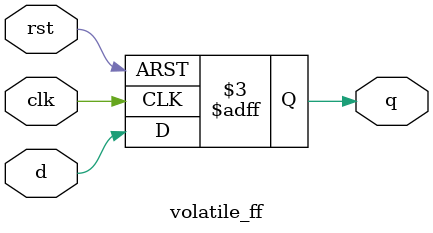
<source format=v>
`timescale 1ns / 1ps


module volatile_ff(
    input clk,
    input rst,
    input d,
    output reg q
    );
    
    always@(posedge clk, negedge rst)begin
        if(!rst) 
            q <= 1'b0;
        else
            q <= d;
    end
endmodule

</source>
